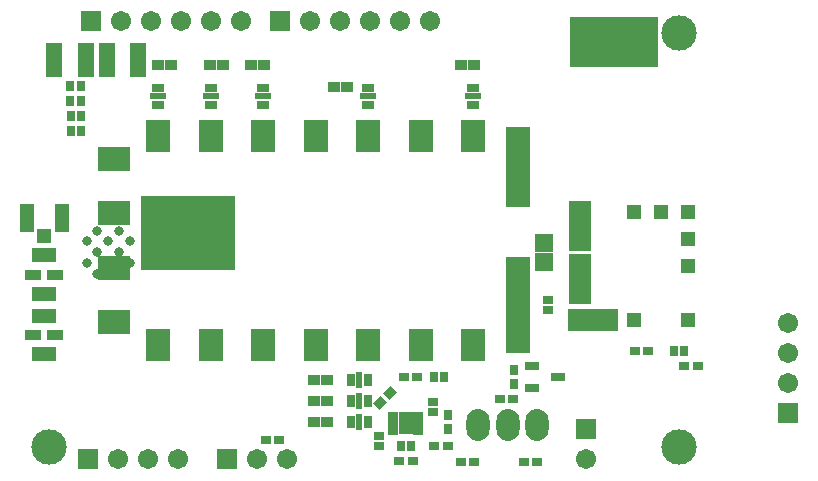
<source format=gbs>
G04*
G04 #@! TF.GenerationSoftware,Altium Limited,Altium Designer,22.3.1 (43)*
G04*
G04 Layer_Color=16711935*
%FSLAX25Y25*%
%MOIN*%
G70*
G04*
G04 #@! TF.SameCoordinates,D668225F-02C3-4EAC-AD72-9857121BA27B*
G04*
G04*
G04 #@! TF.FilePolarity,Negative*
G04*
G01*
G75*
%ADD50R,0.29500X0.16500*%
%ADD52R,0.03950X0.03556*%
%ADD53R,0.03753X0.03162*%
%ADD55R,0.03162X0.03320*%
%ADD57R,0.03320X0.03162*%
%ADD65R,0.03162X0.03753*%
%ADD69R,0.04776X0.04776*%
%ADD70R,0.07769X0.16824*%
%ADD71R,0.16824X0.07769*%
%ADD76C,0.11811*%
%ADD82R,0.06312X0.05918*%
%ADD83R,0.05761X0.11509*%
%ADD85R,0.03950X0.02965*%
%ADD86R,0.05524X0.01981*%
%ADD87O,0.07690X0.10642*%
%ADD88C,0.06706*%
%ADD89R,0.06706X0.06706*%
%ADD90C,0.03162*%
%ADD91R,0.06706X0.06706*%
%ADD107R,0.31456X0.24621*%
G04:AMPARAMS|DCode=117|XSize=31.62mil|YSize=37.53mil|CornerRadius=0mil|HoleSize=0mil|Usage=FLASHONLY|Rotation=315.000|XOffset=0mil|YOffset=0mil|HoleType=Round|Shape=Rectangle|*
%AMROTATEDRECTD117*
4,1,4,-0.02445,-0.00209,0.00209,0.02445,0.02445,0.00209,-0.00209,-0.02445,-0.02445,-0.00209,0.0*
%
%ADD117ROTATEDRECTD117*%

%ADD118R,0.07887X0.32296*%
%ADD119R,0.07887X0.26784*%
%ADD120R,0.08202X0.10524*%
%ADD121R,0.10524X0.08202*%
%ADD122R,0.04737X0.04934*%
%ADD123R,0.04934X0.09461*%
%ADD124R,0.05702X0.03202*%
%ADD125R,0.07887X0.04895*%
%ADD126R,0.02965X0.03950*%
%ADD127R,0.01981X0.05524*%
%ADD128R,0.04934X0.03162*%
%ADD129R,0.04737X0.07493*%
%ADD130R,0.03556X0.01981*%
D50*
X283250Y266250D02*
D03*
D52*
X135665Y258500D02*
D03*
X131335D02*
D03*
X232335D02*
D03*
X236665D02*
D03*
X190169Y251000D02*
D03*
X194500D02*
D03*
X153165Y258500D02*
D03*
X148835D02*
D03*
X162335D02*
D03*
X166665D02*
D03*
X183335Y139500D02*
D03*
X187665D02*
D03*
X183335Y153500D02*
D03*
X187665D02*
D03*
X183335Y146500D02*
D03*
X187665D02*
D03*
D53*
X213236Y154500D02*
D03*
X217764D02*
D03*
X245236Y147000D02*
D03*
X249764D02*
D03*
X216264Y126500D02*
D03*
X211736D02*
D03*
X253236Y126000D02*
D03*
X257764D02*
D03*
X236764D02*
D03*
X232236D02*
D03*
X228028Y131500D02*
D03*
X223500D02*
D03*
X294764Y163000D02*
D03*
X290236D02*
D03*
X311264Y158000D02*
D03*
X306736D02*
D03*
X167236Y133500D02*
D03*
X171764D02*
D03*
D55*
X226732Y154500D02*
D03*
X223268D02*
D03*
X105732Y236500D02*
D03*
X102268D02*
D03*
X105682Y251455D02*
D03*
X102217D02*
D03*
X105682Y246455D02*
D03*
X102217D02*
D03*
X105732Y241500D02*
D03*
X102268D02*
D03*
X303268Y163000D02*
D03*
X306732D02*
D03*
X212268Y131500D02*
D03*
X215732D02*
D03*
D57*
X261500Y180232D02*
D03*
Y176768D02*
D03*
X223000Y142768D02*
D03*
Y146232D02*
D03*
X205000Y134965D02*
D03*
Y131500D02*
D03*
D65*
X250000Y156764D02*
D03*
Y152236D02*
D03*
X228000Y137236D02*
D03*
Y141764D02*
D03*
D69*
X299008Y209520D02*
D03*
X308024D02*
D03*
Y200504D02*
D03*
Y191488D02*
D03*
Y173496D02*
D03*
X289992D02*
D03*
Y209520D02*
D03*
D70*
X272000Y187000D02*
D03*
Y204992D02*
D03*
D71*
X276488Y173496D02*
D03*
D76*
X305000Y131000D02*
D03*
Y269000D02*
D03*
X95000Y131000D02*
D03*
D82*
X260000Y199150D02*
D03*
Y192850D02*
D03*
D83*
X107343Y260010D02*
D03*
X96871D02*
D03*
X114264Y260000D02*
D03*
X124736D02*
D03*
D85*
X236500Y250854D02*
D03*
Y245146D02*
D03*
X201500Y250854D02*
D03*
Y245146D02*
D03*
X131500Y250854D02*
D03*
Y245146D02*
D03*
X149000Y250854D02*
D03*
Y245146D02*
D03*
X166500Y250854D02*
D03*
Y245146D02*
D03*
D86*
X236500Y248000D02*
D03*
X201500D02*
D03*
X131500D02*
D03*
X149000D02*
D03*
X166500D02*
D03*
D87*
X238158Y138500D02*
D03*
X257842D02*
D03*
X248000D02*
D03*
D88*
X159000Y273000D02*
D03*
X149000D02*
D03*
X139000D02*
D03*
X129000D02*
D03*
X119000D02*
D03*
X222000D02*
D03*
X212000D02*
D03*
X202000D02*
D03*
X192000D02*
D03*
X182000D02*
D03*
X118000Y127000D02*
D03*
X128000D02*
D03*
X138000D02*
D03*
X174500D02*
D03*
X164500D02*
D03*
X341500Y172500D02*
D03*
Y162500D02*
D03*
Y152500D02*
D03*
X274000Y127000D02*
D03*
D89*
X109000Y273000D02*
D03*
X172000D02*
D03*
X108000Y127000D02*
D03*
X154500D02*
D03*
D90*
X107595Y192451D02*
D03*
Y199675D02*
D03*
X111207Y188839D02*
D03*
Y196063D02*
D03*
Y203287D02*
D03*
X114819Y192451D02*
D03*
Y199675D02*
D03*
X118431Y188839D02*
D03*
Y196063D02*
D03*
Y203287D02*
D03*
X122043Y192451D02*
D03*
Y199675D02*
D03*
D91*
X341500Y142500D02*
D03*
X274000Y137000D02*
D03*
D107*
X141460Y202453D02*
D03*
D117*
X205399Y145899D02*
D03*
X208601Y149101D02*
D03*
D118*
X251421Y178347D02*
D03*
D119*
Y224410D02*
D03*
D120*
X236559Y165256D02*
D03*
X219039D02*
D03*
X201520D02*
D03*
X184000D02*
D03*
X166480D02*
D03*
X148961D02*
D03*
X131441D02*
D03*
Y234744D02*
D03*
X148961D02*
D03*
X166480D02*
D03*
X184000D02*
D03*
X201520D02*
D03*
X219039D02*
D03*
X236559D02*
D03*
D121*
X116579Y172835D02*
D03*
Y190945D02*
D03*
Y209055D02*
D03*
Y227165D02*
D03*
D122*
X93500Y201500D02*
D03*
D123*
X99307Y207504D02*
D03*
X87693D02*
D03*
D124*
X97154Y188602D02*
D03*
X89850D02*
D03*
X97154Y168500D02*
D03*
X89850D02*
D03*
D125*
X93500Y195000D02*
D03*
Y182205D02*
D03*
Y174898D02*
D03*
Y162102D02*
D03*
D126*
X195646Y139500D02*
D03*
X201354D02*
D03*
X195646Y153500D02*
D03*
X201354D02*
D03*
X195646Y146500D02*
D03*
X201354D02*
D03*
D127*
X198500Y139500D02*
D03*
Y153500D02*
D03*
Y146500D02*
D03*
D128*
X264831Y154500D02*
D03*
X256169Y158240D02*
D03*
Y150760D02*
D03*
D129*
X214000Y139000D02*
D03*
D130*
X209866Y141953D02*
D03*
Y139984D02*
D03*
Y138016D02*
D03*
Y136047D02*
D03*
X218134D02*
D03*
Y138016D02*
D03*
Y139984D02*
D03*
Y141953D02*
D03*
M02*

</source>
